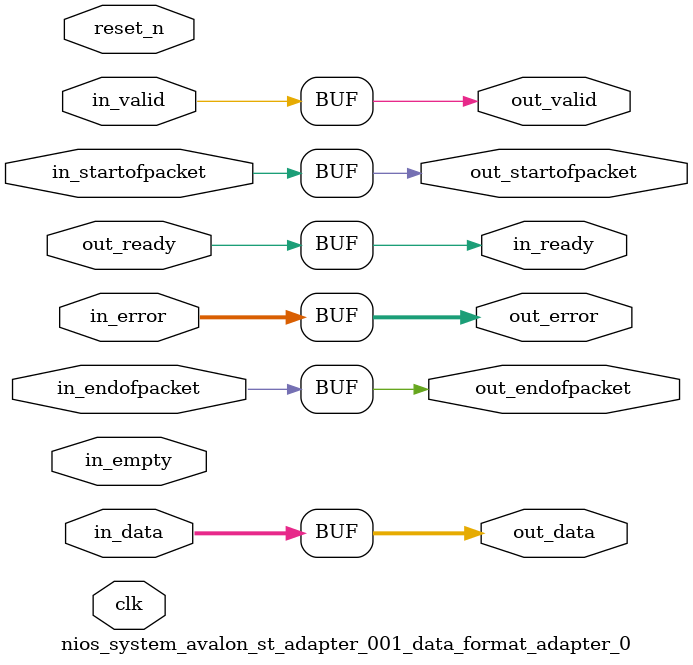
<source format=v>

`timescale 1ns / 100ps
module nios_system_avalon_st_adapter_001_data_format_adapter_0 (
    
      // Interface: clk
      input              clk,
      // Interface: reset
      input              reset_n,
      // Interface: in
      output reg         in_ready,
      input              in_valid,
      input      [31: 0] in_data,
      input      [ 5: 0] in_error,
      input              in_startofpacket,
      input              in_endofpacket,
      input      [ 1: 0] in_empty,
      // Interface: out
      input              out_ready,
      output reg         out_valid,
      output reg [31: 0] out_data,
      output reg [ 5: 0] out_error,
      output reg         out_startofpacket,
      output reg         out_endofpacket
);



   always @* begin
      in_ready = out_ready;
      out_valid = in_valid;
      out_data = in_data;
      out_error = in_error;
      out_startofpacket = in_startofpacket;
      out_endofpacket = in_endofpacket;


   end

endmodule


</source>
